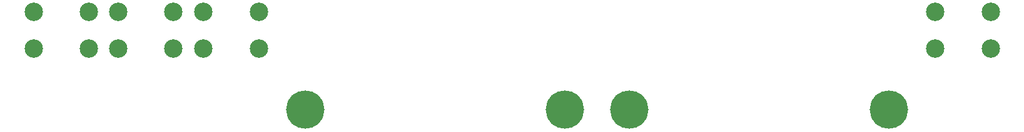
<source format=gbl>
G04 Layer_Physical_Order=2*
G04 Layer_Color=11436288*
%FSLAX25Y25*%
%MOIN*%
G70*
G01*
G75*
%ADD10C,0.09843*%
%ADD11C,0.02000*%
%ADD12C,0.20472*%
D10*
X533744Y260842D02*
D03*
X504256D02*
D03*
Y241158D02*
D03*
X533744D02*
D03*
X578744Y260842D02*
D03*
X549256D02*
D03*
Y241158D02*
D03*
X578744D02*
D03*
X624244Y260842D02*
D03*
X594756D02*
D03*
Y241158D02*
D03*
X624244D02*
D03*
X1014244Y260842D02*
D03*
X984756D02*
D03*
Y241158D02*
D03*
X1014244D02*
D03*
D11*
X787461Y217000D02*
D03*
X795961Y208500D02*
D03*
X787461Y200000D02*
D03*
X778961Y208500D02*
D03*
X793563Y214602D02*
D03*
X781358D02*
D03*
Y202398D02*
D03*
X793563D02*
D03*
X649181Y217000D02*
D03*
X657681Y208500D02*
D03*
X649181Y200000D02*
D03*
X640681Y208500D02*
D03*
X655283Y214602D02*
D03*
X643079D02*
D03*
Y202398D02*
D03*
X655283D02*
D03*
X959961Y217000D02*
D03*
X968461Y208500D02*
D03*
X959961Y200000D02*
D03*
X951461Y208500D02*
D03*
X966063Y214602D02*
D03*
X953858D02*
D03*
Y202398D02*
D03*
X966063D02*
D03*
X821681Y217000D02*
D03*
X830181Y208500D02*
D03*
X821681Y200000D02*
D03*
X813181Y208500D02*
D03*
X827783Y214602D02*
D03*
X815579D02*
D03*
Y202398D02*
D03*
X827783D02*
D03*
D12*
X787390Y208500D02*
D03*
X649110D02*
D03*
X959890D02*
D03*
X821610D02*
D03*
M02*

</source>
